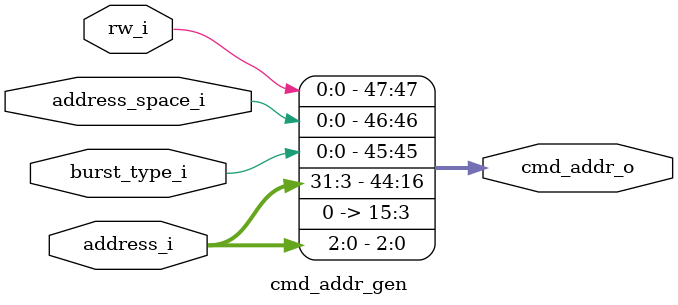
<source format=sv>


module cmd_addr_gen #(
)(
	input logic rw_i, //1-read, 0-write
	input logic address_space_i, //0-memory, 1-register
	input logic burst_type_i, //0-wrapped, 1-linear
	input logic [31:0] address_i,

	output logic [47:0] cmd_addr_o
);

	assign cmd_addr_o[47] = rw_i;
	assign cmd_addr_o[46] = address_space_i;
	assign cmd_addr_o[45] = burst_type_i;
	assign cmd_addr_o[44:16] = address_i[31:3];
	assign cmd_addr_o[15:3] = '0;
	assign cmd_addr_o[2:0] = address_i[2:0];

endmodule


</source>
